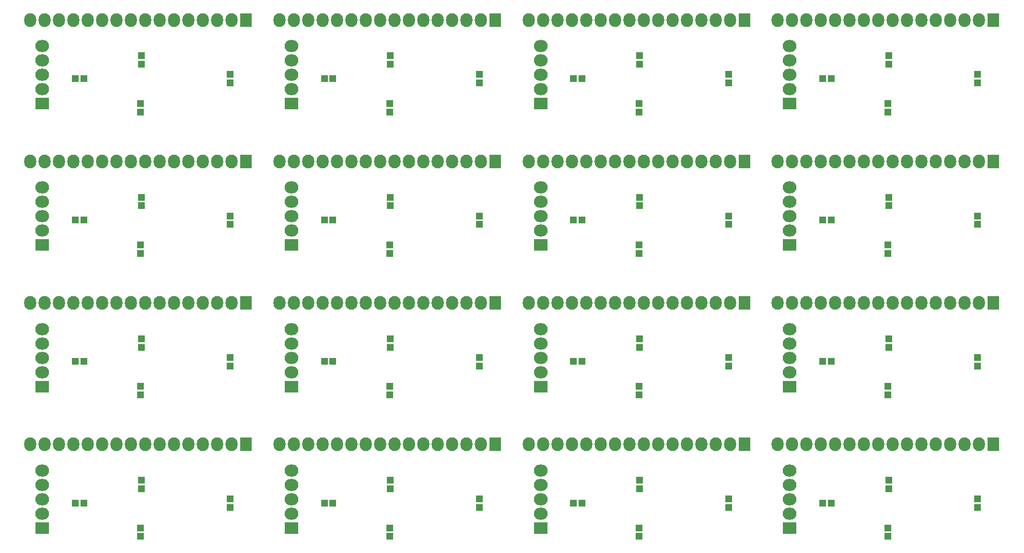
<source format=gbr>
G04 #@! TF.FileFunction,Soldermask,Bot*
%FSLAX46Y46*%
G04 Gerber Fmt 4.6, Leading zero omitted, Abs format (unit mm)*
G04 Created by KiCad (PCBNEW (2015-11-29 BZR 6336, Git 7b0d981)-product) date czw, 10 gru 2015, 08:29:52*
%MOMM*%
G01*
G04 APERTURE LIST*
%ADD10C,0.100000*%
%ADD11R,1.200000X1.150000*%
%ADD12R,2.127200X2.432000*%
%ADD13O,2.127200X2.432000*%
%ADD14R,1.150000X1.200000*%
%ADD15R,2.432000X2.127200*%
%ADD16O,2.432000X2.127200*%
G04 APERTURE END LIST*
D10*
D11*
X179324200Y-125674200D03*
X180824200Y-125674200D03*
X135324200Y-125674200D03*
X136824200Y-125674200D03*
X91324200Y-125674200D03*
X92824200Y-125674200D03*
X47324200Y-125674200D03*
X48824200Y-125674200D03*
X179324200Y-100674200D03*
X180824200Y-100674200D03*
X135324200Y-100674200D03*
X136824200Y-100674200D03*
X91324200Y-100674200D03*
X92824200Y-100674200D03*
X47324200Y-100674200D03*
X48824200Y-100674200D03*
X179324200Y-75674200D03*
X180824200Y-75674200D03*
X135324200Y-75674200D03*
X136824200Y-75674200D03*
X91324200Y-75674200D03*
X92824200Y-75674200D03*
X47324200Y-75674200D03*
X48824200Y-75674200D03*
X179324200Y-50674200D03*
X180824200Y-50674200D03*
X135324200Y-50674200D03*
X136824200Y-50674200D03*
X91324200Y-50674200D03*
X92824200Y-50674200D03*
D12*
X209507274Y-115324762D03*
D13*
X206967274Y-115324762D03*
X204427274Y-115324762D03*
X201887274Y-115324762D03*
X199347274Y-115324762D03*
X196807274Y-115324762D03*
X194267274Y-115324762D03*
X191727274Y-115324762D03*
X189187274Y-115324762D03*
X186647274Y-115324762D03*
X184107274Y-115324762D03*
X181567274Y-115324762D03*
X179027274Y-115324762D03*
X176487274Y-115324762D03*
X173947274Y-115324762D03*
X171407274Y-115324762D03*
D12*
X165507274Y-115324762D03*
D13*
X162967274Y-115324762D03*
X160427274Y-115324762D03*
X157887274Y-115324762D03*
X155347274Y-115324762D03*
X152807274Y-115324762D03*
X150267274Y-115324762D03*
X147727274Y-115324762D03*
X145187274Y-115324762D03*
X142647274Y-115324762D03*
X140107274Y-115324762D03*
X137567274Y-115324762D03*
X135027274Y-115324762D03*
X132487274Y-115324762D03*
X129947274Y-115324762D03*
X127407274Y-115324762D03*
D12*
X121507274Y-115324762D03*
D13*
X118967274Y-115324762D03*
X116427274Y-115324762D03*
X113887274Y-115324762D03*
X111347274Y-115324762D03*
X108807274Y-115324762D03*
X106267274Y-115324762D03*
X103727274Y-115324762D03*
X101187274Y-115324762D03*
X98647274Y-115324762D03*
X96107274Y-115324762D03*
X93567274Y-115324762D03*
X91027274Y-115324762D03*
X88487274Y-115324762D03*
X85947274Y-115324762D03*
X83407274Y-115324762D03*
D12*
X77507274Y-115324762D03*
D13*
X74967274Y-115324762D03*
X72427274Y-115324762D03*
X69887274Y-115324762D03*
X67347274Y-115324762D03*
X64807274Y-115324762D03*
X62267274Y-115324762D03*
X59727274Y-115324762D03*
X57187274Y-115324762D03*
X54647274Y-115324762D03*
X52107274Y-115324762D03*
X49567274Y-115324762D03*
X47027274Y-115324762D03*
X44487274Y-115324762D03*
X41947274Y-115324762D03*
X39407274Y-115324762D03*
D12*
X209507274Y-90324762D03*
D13*
X206967274Y-90324762D03*
X204427274Y-90324762D03*
X201887274Y-90324762D03*
X199347274Y-90324762D03*
X196807274Y-90324762D03*
X194267274Y-90324762D03*
X191727274Y-90324762D03*
X189187274Y-90324762D03*
X186647274Y-90324762D03*
X184107274Y-90324762D03*
X181567274Y-90324762D03*
X179027274Y-90324762D03*
X176487274Y-90324762D03*
X173947274Y-90324762D03*
X171407274Y-90324762D03*
D12*
X165507274Y-90324762D03*
D13*
X162967274Y-90324762D03*
X160427274Y-90324762D03*
X157887274Y-90324762D03*
X155347274Y-90324762D03*
X152807274Y-90324762D03*
X150267274Y-90324762D03*
X147727274Y-90324762D03*
X145187274Y-90324762D03*
X142647274Y-90324762D03*
X140107274Y-90324762D03*
X137567274Y-90324762D03*
X135027274Y-90324762D03*
X132487274Y-90324762D03*
X129947274Y-90324762D03*
X127407274Y-90324762D03*
D12*
X121507274Y-90324762D03*
D13*
X118967274Y-90324762D03*
X116427274Y-90324762D03*
X113887274Y-90324762D03*
X111347274Y-90324762D03*
X108807274Y-90324762D03*
X106267274Y-90324762D03*
X103727274Y-90324762D03*
X101187274Y-90324762D03*
X98647274Y-90324762D03*
X96107274Y-90324762D03*
X93567274Y-90324762D03*
X91027274Y-90324762D03*
X88487274Y-90324762D03*
X85947274Y-90324762D03*
X83407274Y-90324762D03*
D12*
X77507274Y-90324762D03*
D13*
X74967274Y-90324762D03*
X72427274Y-90324762D03*
X69887274Y-90324762D03*
X67347274Y-90324762D03*
X64807274Y-90324762D03*
X62267274Y-90324762D03*
X59727274Y-90324762D03*
X57187274Y-90324762D03*
X54647274Y-90324762D03*
X52107274Y-90324762D03*
X49567274Y-90324762D03*
X47027274Y-90324762D03*
X44487274Y-90324762D03*
X41947274Y-90324762D03*
X39407274Y-90324762D03*
D12*
X209507274Y-65324762D03*
D13*
X206967274Y-65324762D03*
X204427274Y-65324762D03*
X201887274Y-65324762D03*
X199347274Y-65324762D03*
X196807274Y-65324762D03*
X194267274Y-65324762D03*
X191727274Y-65324762D03*
X189187274Y-65324762D03*
X186647274Y-65324762D03*
X184107274Y-65324762D03*
X181567274Y-65324762D03*
X179027274Y-65324762D03*
X176487274Y-65324762D03*
X173947274Y-65324762D03*
X171407274Y-65324762D03*
D12*
X165507274Y-65324762D03*
D13*
X162967274Y-65324762D03*
X160427274Y-65324762D03*
X157887274Y-65324762D03*
X155347274Y-65324762D03*
X152807274Y-65324762D03*
X150267274Y-65324762D03*
X147727274Y-65324762D03*
X145187274Y-65324762D03*
X142647274Y-65324762D03*
X140107274Y-65324762D03*
X137567274Y-65324762D03*
X135027274Y-65324762D03*
X132487274Y-65324762D03*
X129947274Y-65324762D03*
X127407274Y-65324762D03*
D12*
X121507274Y-65324762D03*
D13*
X118967274Y-65324762D03*
X116427274Y-65324762D03*
X113887274Y-65324762D03*
X111347274Y-65324762D03*
X108807274Y-65324762D03*
X106267274Y-65324762D03*
X103727274Y-65324762D03*
X101187274Y-65324762D03*
X98647274Y-65324762D03*
X96107274Y-65324762D03*
X93567274Y-65324762D03*
X91027274Y-65324762D03*
X88487274Y-65324762D03*
X85947274Y-65324762D03*
X83407274Y-65324762D03*
D12*
X77507274Y-65324762D03*
D13*
X74967274Y-65324762D03*
X72427274Y-65324762D03*
X69887274Y-65324762D03*
X67347274Y-65324762D03*
X64807274Y-65324762D03*
X62267274Y-65324762D03*
X59727274Y-65324762D03*
X57187274Y-65324762D03*
X54647274Y-65324762D03*
X52107274Y-65324762D03*
X49567274Y-65324762D03*
X47027274Y-65324762D03*
X44487274Y-65324762D03*
X41947274Y-65324762D03*
X39407274Y-65324762D03*
D12*
X209507274Y-40324762D03*
D13*
X206967274Y-40324762D03*
X204427274Y-40324762D03*
X201887274Y-40324762D03*
X199347274Y-40324762D03*
X196807274Y-40324762D03*
X194267274Y-40324762D03*
X191727274Y-40324762D03*
X189187274Y-40324762D03*
X186647274Y-40324762D03*
X184107274Y-40324762D03*
X181567274Y-40324762D03*
X179027274Y-40324762D03*
X176487274Y-40324762D03*
X173947274Y-40324762D03*
X171407274Y-40324762D03*
D12*
X165507274Y-40324762D03*
D13*
X162967274Y-40324762D03*
X160427274Y-40324762D03*
X157887274Y-40324762D03*
X155347274Y-40324762D03*
X152807274Y-40324762D03*
X150267274Y-40324762D03*
X147727274Y-40324762D03*
X145187274Y-40324762D03*
X142647274Y-40324762D03*
X140107274Y-40324762D03*
X137567274Y-40324762D03*
X135027274Y-40324762D03*
X132487274Y-40324762D03*
X129947274Y-40324762D03*
X127407274Y-40324762D03*
D12*
X121507274Y-40324762D03*
D13*
X118967274Y-40324762D03*
X116427274Y-40324762D03*
X113887274Y-40324762D03*
X111347274Y-40324762D03*
X108807274Y-40324762D03*
X106267274Y-40324762D03*
X103727274Y-40324762D03*
X101187274Y-40324762D03*
X98647274Y-40324762D03*
X96107274Y-40324762D03*
X93567274Y-40324762D03*
X91027274Y-40324762D03*
X88487274Y-40324762D03*
X85947274Y-40324762D03*
X83407274Y-40324762D03*
D14*
X190877200Y-131579200D03*
X190877200Y-130079200D03*
X146877200Y-131579200D03*
X146877200Y-130079200D03*
X102877200Y-131579200D03*
X102877200Y-130079200D03*
X58877200Y-131579200D03*
X58877200Y-130079200D03*
X190877200Y-106579200D03*
X190877200Y-105079200D03*
X146877200Y-106579200D03*
X146877200Y-105079200D03*
X102877200Y-106579200D03*
X102877200Y-105079200D03*
X58877200Y-106579200D03*
X58877200Y-105079200D03*
X190877200Y-81579200D03*
X190877200Y-80079200D03*
X146877200Y-81579200D03*
X146877200Y-80079200D03*
X102877200Y-81579200D03*
X102877200Y-80079200D03*
X58877200Y-81579200D03*
X58877200Y-80079200D03*
X190877200Y-56579200D03*
X190877200Y-55079200D03*
X146877200Y-56579200D03*
X146877200Y-55079200D03*
X102877200Y-56579200D03*
X102877200Y-55079200D03*
X206699200Y-124949200D03*
X206699200Y-126449200D03*
X162699200Y-124949200D03*
X162699200Y-126449200D03*
X118699200Y-124949200D03*
X118699200Y-126449200D03*
X74699200Y-124949200D03*
X74699200Y-126449200D03*
X206699200Y-99949200D03*
X206699200Y-101449200D03*
X162699200Y-99949200D03*
X162699200Y-101449200D03*
X118699200Y-99949200D03*
X118699200Y-101449200D03*
X74699200Y-99949200D03*
X74699200Y-101449200D03*
X206699200Y-74949200D03*
X206699200Y-76449200D03*
X162699200Y-74949200D03*
X162699200Y-76449200D03*
X118699200Y-74949200D03*
X118699200Y-76449200D03*
X74699200Y-74949200D03*
X74699200Y-76449200D03*
X206699200Y-49949200D03*
X206699200Y-51449200D03*
X162699200Y-49949200D03*
X162699200Y-51449200D03*
X118699200Y-49949200D03*
X118699200Y-51449200D03*
X190974200Y-123149200D03*
X190974200Y-121649200D03*
X146974200Y-123149200D03*
X146974200Y-121649200D03*
X102974200Y-123149200D03*
X102974200Y-121649200D03*
X58974200Y-123149200D03*
X58974200Y-121649200D03*
X190974200Y-98149200D03*
X190974200Y-96649200D03*
X146974200Y-98149200D03*
X146974200Y-96649200D03*
X102974200Y-98149200D03*
X102974200Y-96649200D03*
X58974200Y-98149200D03*
X58974200Y-96649200D03*
X190974200Y-73149200D03*
X190974200Y-71649200D03*
X146974200Y-73149200D03*
X146974200Y-71649200D03*
X102974200Y-73149200D03*
X102974200Y-71649200D03*
X58974200Y-73149200D03*
X58974200Y-71649200D03*
X190974200Y-48149200D03*
X190974200Y-46649200D03*
X146974200Y-48149200D03*
X146974200Y-46649200D03*
X102974200Y-48149200D03*
X102974200Y-46649200D03*
D15*
X173499200Y-130099200D03*
D16*
X173499200Y-127559200D03*
X173499200Y-125019200D03*
X173499200Y-122479200D03*
X173499200Y-119939200D03*
D15*
X129499200Y-130099200D03*
D16*
X129499200Y-127559200D03*
X129499200Y-125019200D03*
X129499200Y-122479200D03*
X129499200Y-119939200D03*
D15*
X85499200Y-130099200D03*
D16*
X85499200Y-127559200D03*
X85499200Y-125019200D03*
X85499200Y-122479200D03*
X85499200Y-119939200D03*
D15*
X41499200Y-130099200D03*
D16*
X41499200Y-127559200D03*
X41499200Y-125019200D03*
X41499200Y-122479200D03*
X41499200Y-119939200D03*
D15*
X173499200Y-105099200D03*
D16*
X173499200Y-102559200D03*
X173499200Y-100019200D03*
X173499200Y-97479200D03*
X173499200Y-94939200D03*
D15*
X129499200Y-105099200D03*
D16*
X129499200Y-102559200D03*
X129499200Y-100019200D03*
X129499200Y-97479200D03*
X129499200Y-94939200D03*
D15*
X85499200Y-105099200D03*
D16*
X85499200Y-102559200D03*
X85499200Y-100019200D03*
X85499200Y-97479200D03*
X85499200Y-94939200D03*
D15*
X41499200Y-105099200D03*
D16*
X41499200Y-102559200D03*
X41499200Y-100019200D03*
X41499200Y-97479200D03*
X41499200Y-94939200D03*
D15*
X173499200Y-80099200D03*
D16*
X173499200Y-77559200D03*
X173499200Y-75019200D03*
X173499200Y-72479200D03*
X173499200Y-69939200D03*
D15*
X129499200Y-80099200D03*
D16*
X129499200Y-77559200D03*
X129499200Y-75019200D03*
X129499200Y-72479200D03*
X129499200Y-69939200D03*
D15*
X85499200Y-80099200D03*
D16*
X85499200Y-77559200D03*
X85499200Y-75019200D03*
X85499200Y-72479200D03*
X85499200Y-69939200D03*
D15*
X41499200Y-80099200D03*
D16*
X41499200Y-77559200D03*
X41499200Y-75019200D03*
X41499200Y-72479200D03*
X41499200Y-69939200D03*
D15*
X173499200Y-55099200D03*
D16*
X173499200Y-52559200D03*
X173499200Y-50019200D03*
X173499200Y-47479200D03*
X173499200Y-44939200D03*
D15*
X129499200Y-55099200D03*
D16*
X129499200Y-52559200D03*
X129499200Y-50019200D03*
X129499200Y-47479200D03*
X129499200Y-44939200D03*
D15*
X85499200Y-55099200D03*
D16*
X85499200Y-52559200D03*
X85499200Y-50019200D03*
X85499200Y-47479200D03*
X85499200Y-44939200D03*
D12*
X77507274Y-40324762D03*
D13*
X74967274Y-40324762D03*
X72427274Y-40324762D03*
X69887274Y-40324762D03*
X67347274Y-40324762D03*
X64807274Y-40324762D03*
X62267274Y-40324762D03*
X59727274Y-40324762D03*
X57187274Y-40324762D03*
X54647274Y-40324762D03*
X52107274Y-40324762D03*
X49567274Y-40324762D03*
X47027274Y-40324762D03*
X44487274Y-40324762D03*
X41947274Y-40324762D03*
X39407274Y-40324762D03*
D15*
X41499200Y-55099200D03*
D16*
X41499200Y-52559200D03*
X41499200Y-50019200D03*
X41499200Y-47479200D03*
X41499200Y-44939200D03*
D14*
X58974200Y-48149200D03*
X58974200Y-46649200D03*
X58877200Y-56579200D03*
X58877200Y-55079200D03*
D11*
X47324200Y-50674200D03*
X48824200Y-50674200D03*
D14*
X74699200Y-49949200D03*
X74699200Y-51449200D03*
M02*

</source>
